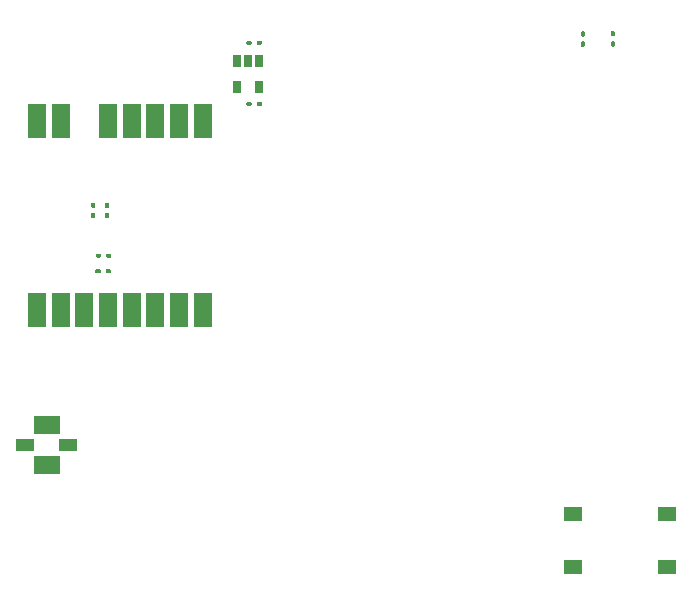
<source format=gbr>
%TF.GenerationSoftware,KiCad,Pcbnew,(5.1.10)-1*%
%TF.CreationDate,2021-12-09T17:34:34+08:00*%
%TF.ProjectId,hat,6861742e-6b69-4636-9164-5f7063625858,rev?*%
%TF.SameCoordinates,Original*%
%TF.FileFunction,Paste,Top*%
%TF.FilePolarity,Positive*%
%FSLAX46Y46*%
G04 Gerber Fmt 4.6, Leading zero omitted, Abs format (unit mm)*
G04 Created by KiCad (PCBNEW (5.1.10)-1) date 2021-12-09 17:34:34*
%MOMM*%
%LPD*%
G01*
G04 APERTURE LIST*
%ADD10R,0.650000X1.060000*%
%ADD11R,2.200000X1.550000*%
%ADD12R,1.500000X1.000000*%
%ADD13R,1.524000X3.000000*%
%ADD14R,1.550000X1.300000*%
G04 APERTURE END LIST*
D10*
%TO.C,U4*%
X108450000Y-68600000D03*
X106550000Y-68600000D03*
X106550000Y-66400000D03*
X107500000Y-66400000D03*
X108450000Y-66400000D03*
%TD*%
D11*
%TO.C,U3*%
X90520000Y-97165000D03*
D12*
X88670000Y-98890000D03*
D11*
X90520000Y-100615000D03*
D12*
X92270000Y-98890000D03*
%TD*%
D13*
%TO.C,U2*%
X89675000Y-87450000D03*
X91675000Y-87450000D03*
X93675000Y-87450000D03*
X95675000Y-87450000D03*
X97675000Y-87450000D03*
X99675000Y-87450000D03*
X101675000Y-87450000D03*
X103675000Y-87450000D03*
X89675000Y-71450000D03*
X91675000Y-71450000D03*
X95675000Y-71450000D03*
X97675000Y-71450000D03*
X99675000Y-71450000D03*
X101675000Y-71450000D03*
X103675000Y-71450000D03*
%TD*%
%TO.C,R4*%
G36*
G01*
X135790000Y-64733500D02*
X135970000Y-64733500D01*
G75*
G02*
X136060000Y-64823500I0J-90000D01*
G01*
X136060000Y-65101500D01*
G75*
G02*
X135970000Y-65191500I-90000J0D01*
G01*
X135790000Y-65191500D01*
G75*
G02*
X135700000Y-65101500I0J90000D01*
G01*
X135700000Y-64823500D01*
G75*
G02*
X135790000Y-64733500I90000J0D01*
G01*
G37*
G36*
G01*
X135790000Y-63868500D02*
X135970000Y-63868500D01*
G75*
G02*
X136060000Y-63958500I0J-90000D01*
G01*
X136060000Y-64236500D01*
G75*
G02*
X135970000Y-64326500I-90000J0D01*
G01*
X135790000Y-64326500D01*
G75*
G02*
X135700000Y-64236500I0J90000D01*
G01*
X135700000Y-63958500D01*
G75*
G02*
X135790000Y-63868500I90000J0D01*
G01*
G37*
%TD*%
%TO.C,R3*%
G36*
G01*
X138320000Y-64716000D02*
X138500000Y-64716000D01*
G75*
G02*
X138590000Y-64806000I0J-90000D01*
G01*
X138590000Y-65084000D01*
G75*
G02*
X138500000Y-65174000I-90000J0D01*
G01*
X138320000Y-65174000D01*
G75*
G02*
X138230000Y-65084000I0J90000D01*
G01*
X138230000Y-64806000D01*
G75*
G02*
X138320000Y-64716000I90000J0D01*
G01*
G37*
G36*
G01*
X138320000Y-63851000D02*
X138500000Y-63851000D01*
G75*
G02*
X138590000Y-63941000I0J-90000D01*
G01*
X138590000Y-64219000D01*
G75*
G02*
X138500000Y-64309000I-90000J0D01*
G01*
X138320000Y-64309000D01*
G75*
G02*
X138230000Y-64219000I0J90000D01*
G01*
X138230000Y-63941000D01*
G75*
G02*
X138320000Y-63851000I90000J0D01*
G01*
G37*
%TD*%
%TO.C,R2*%
G36*
G01*
X95670000Y-78829000D02*
X95490000Y-78829000D01*
G75*
G02*
X95400000Y-78739000I0J90000D01*
G01*
X95400000Y-78461000D01*
G75*
G02*
X95490000Y-78371000I90000J0D01*
G01*
X95670000Y-78371000D01*
G75*
G02*
X95760000Y-78461000I0J-90000D01*
G01*
X95760000Y-78739000D01*
G75*
G02*
X95670000Y-78829000I-90000J0D01*
G01*
G37*
G36*
G01*
X95670000Y-79694000D02*
X95490000Y-79694000D01*
G75*
G02*
X95400000Y-79604000I0J90000D01*
G01*
X95400000Y-79326000D01*
G75*
G02*
X95490000Y-79236000I90000J0D01*
G01*
X95670000Y-79236000D01*
G75*
G02*
X95760000Y-79326000I0J-90000D01*
G01*
X95760000Y-79604000D01*
G75*
G02*
X95670000Y-79694000I-90000J0D01*
G01*
G37*
%TD*%
%TO.C,R1*%
G36*
G01*
X94500000Y-78836500D02*
X94320000Y-78836500D01*
G75*
G02*
X94230000Y-78746500I0J90000D01*
G01*
X94230000Y-78468500D01*
G75*
G02*
X94320000Y-78378500I90000J0D01*
G01*
X94500000Y-78378500D01*
G75*
G02*
X94590000Y-78468500I0J-90000D01*
G01*
X94590000Y-78746500D01*
G75*
G02*
X94500000Y-78836500I-90000J0D01*
G01*
G37*
G36*
G01*
X94500000Y-79701500D02*
X94320000Y-79701500D01*
G75*
G02*
X94230000Y-79611500I0J90000D01*
G01*
X94230000Y-79333500D01*
G75*
G02*
X94320000Y-79243500I90000J0D01*
G01*
X94500000Y-79243500D01*
G75*
G02*
X94590000Y-79333500I0J-90000D01*
G01*
X94590000Y-79611500D01*
G75*
G02*
X94500000Y-79701500I-90000J0D01*
G01*
G37*
%TD*%
%TO.C,C4*%
G36*
G01*
X107839000Y-69935000D02*
X107839000Y-70115000D01*
G75*
G02*
X107749000Y-70205000I-90000J0D01*
G01*
X107471000Y-70205000D01*
G75*
G02*
X107381000Y-70115000I0J90000D01*
G01*
X107381000Y-69935000D01*
G75*
G02*
X107471000Y-69845000I90000J0D01*
G01*
X107749000Y-69845000D01*
G75*
G02*
X107839000Y-69935000I0J-90000D01*
G01*
G37*
G36*
G01*
X108704000Y-69935000D02*
X108704000Y-70115000D01*
G75*
G02*
X108614000Y-70205000I-90000J0D01*
G01*
X108336000Y-70205000D01*
G75*
G02*
X108246000Y-70115000I0J90000D01*
G01*
X108246000Y-69935000D01*
G75*
G02*
X108336000Y-69845000I90000J0D01*
G01*
X108614000Y-69845000D01*
G75*
G02*
X108704000Y-69935000I0J-90000D01*
G01*
G37*
%TD*%
%TO.C,C3*%
G36*
G01*
X107839000Y-64760000D02*
X107839000Y-64940000D01*
G75*
G02*
X107749000Y-65030000I-90000J0D01*
G01*
X107471000Y-65030000D01*
G75*
G02*
X107381000Y-64940000I0J90000D01*
G01*
X107381000Y-64760000D01*
G75*
G02*
X107471000Y-64670000I90000J0D01*
G01*
X107749000Y-64670000D01*
G75*
G02*
X107839000Y-64760000I0J-90000D01*
G01*
G37*
G36*
G01*
X108704000Y-64760000D02*
X108704000Y-64940000D01*
G75*
G02*
X108614000Y-65030000I-90000J0D01*
G01*
X108336000Y-65030000D01*
G75*
G02*
X108246000Y-64940000I0J90000D01*
G01*
X108246000Y-64760000D01*
G75*
G02*
X108336000Y-64670000I90000J0D01*
G01*
X108614000Y-64670000D01*
G75*
G02*
X108704000Y-64760000I0J-90000D01*
G01*
G37*
%TD*%
%TO.C,C2*%
G36*
G01*
X95094000Y-82780000D02*
X95094000Y-82960000D01*
G75*
G02*
X95004000Y-83050000I-90000J0D01*
G01*
X94726000Y-83050000D01*
G75*
G02*
X94636000Y-82960000I0J90000D01*
G01*
X94636000Y-82780000D01*
G75*
G02*
X94726000Y-82690000I90000J0D01*
G01*
X95004000Y-82690000D01*
G75*
G02*
X95094000Y-82780000I0J-90000D01*
G01*
G37*
G36*
G01*
X95959000Y-82780000D02*
X95959000Y-82960000D01*
G75*
G02*
X95869000Y-83050000I-90000J0D01*
G01*
X95591000Y-83050000D01*
G75*
G02*
X95501000Y-82960000I0J90000D01*
G01*
X95501000Y-82780000D01*
G75*
G02*
X95591000Y-82690000I90000J0D01*
G01*
X95869000Y-82690000D01*
G75*
G02*
X95959000Y-82780000I0J-90000D01*
G01*
G37*
%TD*%
%TO.C,C1*%
G36*
G01*
X95054000Y-84100000D02*
X95054000Y-84280000D01*
G75*
G02*
X94964000Y-84370000I-90000J0D01*
G01*
X94686000Y-84370000D01*
G75*
G02*
X94596000Y-84280000I0J90000D01*
G01*
X94596000Y-84100000D01*
G75*
G02*
X94686000Y-84010000I90000J0D01*
G01*
X94964000Y-84010000D01*
G75*
G02*
X95054000Y-84100000I0J-90000D01*
G01*
G37*
G36*
G01*
X95919000Y-84100000D02*
X95919000Y-84280000D01*
G75*
G02*
X95829000Y-84370000I-90000J0D01*
G01*
X95551000Y-84370000D01*
G75*
G02*
X95461000Y-84280000I0J90000D01*
G01*
X95461000Y-84100000D01*
G75*
G02*
X95551000Y-84010000I90000J0D01*
G01*
X95829000Y-84010000D01*
G75*
G02*
X95919000Y-84100000I0J-90000D01*
G01*
G37*
%TD*%
D14*
%TO.C,SW1*%
X135025000Y-109250000D03*
X135025000Y-104750000D03*
X142975000Y-104750000D03*
X142975000Y-109250000D03*
%TD*%
M02*

</source>
